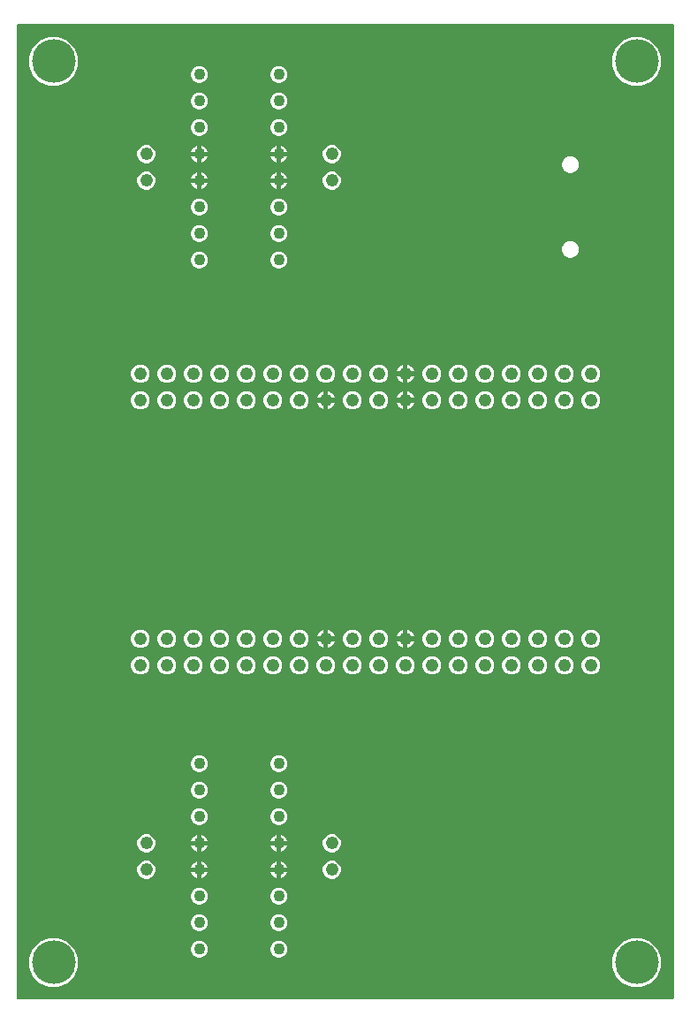
<source format=gbr>
G04 EAGLE Gerber RS-274X export*
G75*
%MOMM*%
%FSLAX34Y34*%
%LPD*%
%INCopper Layer 2*%
%IPPOS*%
%AMOC8*
5,1,8,0,0,1.08239X$1,22.5*%
G01*
%ADD10C,1.244600*%
%ADD11C,1.102363*%
%ADD12C,4.191000*%
%ADD13C,0.609600*%
%ADD14C,0.254000*%

G36*
X631308Y2556D02*
X631308Y2556D01*
X631427Y2563D01*
X631465Y2576D01*
X631506Y2581D01*
X631616Y2624D01*
X631729Y2661D01*
X631764Y2683D01*
X631801Y2698D01*
X631897Y2767D01*
X631998Y2831D01*
X632026Y2861D01*
X632059Y2884D01*
X632135Y2976D01*
X632216Y3063D01*
X632236Y3098D01*
X632261Y3129D01*
X632312Y3237D01*
X632370Y3341D01*
X632380Y3381D01*
X632397Y3417D01*
X632419Y3534D01*
X632449Y3649D01*
X632453Y3709D01*
X632457Y3729D01*
X632455Y3750D01*
X632459Y3810D01*
X632459Y935990D01*
X632444Y936108D01*
X632437Y936227D01*
X632424Y936265D01*
X632419Y936306D01*
X632376Y936416D01*
X632339Y936529D01*
X632317Y936564D01*
X632302Y936601D01*
X632233Y936697D01*
X632169Y936798D01*
X632139Y936826D01*
X632116Y936859D01*
X632024Y936935D01*
X631937Y937016D01*
X631902Y937036D01*
X631871Y937061D01*
X631763Y937112D01*
X631659Y937170D01*
X631619Y937180D01*
X631583Y937197D01*
X631466Y937219D01*
X631351Y937249D01*
X631291Y937253D01*
X631271Y937257D01*
X631250Y937255D01*
X631190Y937259D01*
X3810Y937259D01*
X3692Y937244D01*
X3573Y937237D01*
X3535Y937224D01*
X3494Y937219D01*
X3384Y937176D01*
X3271Y937139D01*
X3236Y937117D01*
X3199Y937102D01*
X3103Y937033D01*
X3002Y936969D01*
X2974Y936939D01*
X2941Y936916D01*
X2865Y936824D01*
X2784Y936737D01*
X2764Y936702D01*
X2739Y936671D01*
X2688Y936563D01*
X2630Y936459D01*
X2620Y936419D01*
X2603Y936383D01*
X2581Y936266D01*
X2551Y936151D01*
X2547Y936091D01*
X2543Y936071D01*
X2545Y936050D01*
X2541Y935990D01*
X2541Y3810D01*
X2556Y3692D01*
X2563Y3573D01*
X2576Y3535D01*
X2581Y3494D01*
X2624Y3384D01*
X2661Y3271D01*
X2683Y3236D01*
X2698Y3199D01*
X2767Y3103D01*
X2831Y3002D01*
X2861Y2974D01*
X2884Y2941D01*
X2976Y2865D01*
X3063Y2784D01*
X3098Y2764D01*
X3129Y2739D01*
X3237Y2688D01*
X3341Y2630D01*
X3381Y2620D01*
X3417Y2603D01*
X3534Y2581D01*
X3649Y2551D01*
X3709Y2547D01*
X3729Y2543D01*
X3750Y2545D01*
X3810Y2541D01*
X631190Y2541D01*
X631308Y2556D01*
G37*
%LPC*%
G36*
X592226Y878204D02*
X592226Y878204D01*
X583591Y881781D01*
X576981Y888391D01*
X573404Y897026D01*
X573404Y906374D01*
X576981Y915009D01*
X583591Y921619D01*
X592226Y925196D01*
X601574Y925196D01*
X610209Y921619D01*
X616819Y915009D01*
X620396Y906374D01*
X620396Y897026D01*
X616819Y888391D01*
X610209Y881781D01*
X601574Y878204D01*
X592226Y878204D01*
G37*
%LPD*%
%LPC*%
G36*
X33426Y878204D02*
X33426Y878204D01*
X24791Y881781D01*
X18181Y888391D01*
X14604Y897026D01*
X14604Y906374D01*
X18181Y915009D01*
X24791Y921619D01*
X33426Y925196D01*
X42774Y925196D01*
X51409Y921619D01*
X58019Y915009D01*
X61596Y906374D01*
X61596Y897026D01*
X58019Y888391D01*
X51409Y881781D01*
X42774Y878204D01*
X33426Y878204D01*
G37*
%LPD*%
%LPC*%
G36*
X33426Y14604D02*
X33426Y14604D01*
X24791Y18181D01*
X18181Y24791D01*
X14604Y33426D01*
X14604Y42774D01*
X18181Y51409D01*
X24791Y58019D01*
X33426Y61596D01*
X42774Y61596D01*
X51409Y58019D01*
X58019Y51409D01*
X61596Y42774D01*
X61596Y33426D01*
X58019Y24791D01*
X51409Y18181D01*
X42774Y14604D01*
X33426Y14604D01*
G37*
%LPD*%
%LPC*%
G36*
X592226Y14604D02*
X592226Y14604D01*
X583591Y18181D01*
X576981Y24791D01*
X573404Y33426D01*
X573404Y42774D01*
X576981Y51409D01*
X583591Y58019D01*
X592226Y61596D01*
X601574Y61596D01*
X610209Y58019D01*
X616819Y51409D01*
X620396Y42774D01*
X620396Y33426D01*
X616819Y24791D01*
X610209Y18181D01*
X601574Y14604D01*
X592226Y14604D01*
G37*
%LPD*%
%LPC*%
G36*
X221097Y568076D02*
X221097Y568076D01*
X217876Y569410D01*
X215410Y571876D01*
X214076Y575097D01*
X214076Y578583D01*
X215410Y581804D01*
X217876Y584270D01*
X221097Y585604D01*
X224583Y585604D01*
X227804Y584270D01*
X230270Y581804D01*
X231604Y578583D01*
X231604Y575097D01*
X230270Y571876D01*
X227804Y569410D01*
X224583Y568076D01*
X221097Y568076D01*
G37*
%LPD*%
%LPC*%
G36*
X195697Y568076D02*
X195697Y568076D01*
X192476Y569410D01*
X190010Y571876D01*
X188676Y575097D01*
X188676Y578583D01*
X190010Y581804D01*
X192476Y584270D01*
X195697Y585604D01*
X199183Y585604D01*
X202404Y584270D01*
X204870Y581804D01*
X206204Y578583D01*
X206204Y575097D01*
X204870Y571876D01*
X202404Y569410D01*
X199183Y568076D01*
X195697Y568076D01*
G37*
%LPD*%
%LPC*%
G36*
X170297Y568076D02*
X170297Y568076D01*
X167076Y569410D01*
X164610Y571876D01*
X163276Y575097D01*
X163276Y578583D01*
X164610Y581804D01*
X167076Y584270D01*
X170297Y585604D01*
X173783Y585604D01*
X177004Y584270D01*
X179470Y581804D01*
X180804Y578583D01*
X180804Y575097D01*
X179470Y571876D01*
X177004Y569410D01*
X173783Y568076D01*
X170297Y568076D01*
G37*
%LPD*%
%LPC*%
G36*
X144897Y568076D02*
X144897Y568076D01*
X141676Y569410D01*
X139210Y571876D01*
X137876Y575097D01*
X137876Y578583D01*
X139210Y581804D01*
X141676Y584270D01*
X144897Y585604D01*
X148383Y585604D01*
X151604Y584270D01*
X154070Y581804D01*
X155404Y578583D01*
X155404Y575097D01*
X154070Y571876D01*
X151604Y569410D01*
X148383Y568076D01*
X144897Y568076D01*
G37*
%LPD*%
%LPC*%
G36*
X303057Y804036D02*
X303057Y804036D01*
X299836Y805370D01*
X297370Y807836D01*
X296036Y811057D01*
X296036Y814543D01*
X297370Y817764D01*
X299836Y820230D01*
X303057Y821564D01*
X306543Y821564D01*
X309764Y820230D01*
X312230Y817764D01*
X313564Y814543D01*
X313564Y811057D01*
X312230Y807836D01*
X309764Y805370D01*
X306543Y804036D01*
X303057Y804036D01*
G37*
%LPD*%
%LPC*%
G36*
X125257Y804036D02*
X125257Y804036D01*
X122036Y805370D01*
X119570Y807836D01*
X118236Y811057D01*
X118236Y814543D01*
X119570Y817764D01*
X122036Y820230D01*
X125257Y821564D01*
X128743Y821564D01*
X131964Y820230D01*
X134430Y817764D01*
X135764Y814543D01*
X135764Y811057D01*
X134430Y807836D01*
X131964Y805370D01*
X128743Y804036D01*
X125257Y804036D01*
G37*
%LPD*%
%LPC*%
G36*
X348097Y314076D02*
X348097Y314076D01*
X344876Y315410D01*
X342410Y317876D01*
X341076Y321097D01*
X341076Y324583D01*
X342410Y327804D01*
X344876Y330270D01*
X348097Y331604D01*
X351583Y331604D01*
X354804Y330270D01*
X357270Y327804D01*
X358604Y324583D01*
X358604Y321097D01*
X357270Y317876D01*
X354804Y315410D01*
X351583Y314076D01*
X348097Y314076D01*
G37*
%LPD*%
%LPC*%
G36*
X373497Y314076D02*
X373497Y314076D01*
X370276Y315410D01*
X367810Y317876D01*
X366476Y321097D01*
X366476Y324583D01*
X367810Y327804D01*
X370276Y330270D01*
X373497Y331604D01*
X376983Y331604D01*
X380204Y330270D01*
X382670Y327804D01*
X384004Y324583D01*
X384004Y321097D01*
X382670Y317876D01*
X380204Y315410D01*
X376983Y314076D01*
X373497Y314076D01*
G37*
%LPD*%
%LPC*%
G36*
X398897Y314076D02*
X398897Y314076D01*
X395676Y315410D01*
X393210Y317876D01*
X391876Y321097D01*
X391876Y324583D01*
X393210Y327804D01*
X395676Y330270D01*
X398897Y331604D01*
X402383Y331604D01*
X405604Y330270D01*
X408070Y327804D01*
X409404Y324583D01*
X409404Y321097D01*
X408070Y317876D01*
X405604Y315410D01*
X402383Y314076D01*
X398897Y314076D01*
G37*
%LPD*%
%LPC*%
G36*
X424297Y314076D02*
X424297Y314076D01*
X421076Y315410D01*
X418610Y317876D01*
X417276Y321097D01*
X417276Y324583D01*
X418610Y327804D01*
X421076Y330270D01*
X424297Y331604D01*
X427783Y331604D01*
X431004Y330270D01*
X433470Y327804D01*
X434804Y324583D01*
X434804Y321097D01*
X433470Y317876D01*
X431004Y315410D01*
X427783Y314076D01*
X424297Y314076D01*
G37*
%LPD*%
%LPC*%
G36*
X449697Y314076D02*
X449697Y314076D01*
X446476Y315410D01*
X444010Y317876D01*
X442676Y321097D01*
X442676Y324583D01*
X444010Y327804D01*
X446476Y330270D01*
X449697Y331604D01*
X453183Y331604D01*
X456404Y330270D01*
X458870Y327804D01*
X460204Y324583D01*
X460204Y321097D01*
X458870Y317876D01*
X456404Y315410D01*
X453183Y314076D01*
X449697Y314076D01*
G37*
%LPD*%
%LPC*%
G36*
X475097Y314076D02*
X475097Y314076D01*
X471876Y315410D01*
X469410Y317876D01*
X468076Y321097D01*
X468076Y324583D01*
X469410Y327804D01*
X471876Y330270D01*
X475097Y331604D01*
X478583Y331604D01*
X481804Y330270D01*
X484270Y327804D01*
X485604Y324583D01*
X485604Y321097D01*
X484270Y317876D01*
X481804Y315410D01*
X478583Y314076D01*
X475097Y314076D01*
G37*
%LPD*%
%LPC*%
G36*
X500497Y314076D02*
X500497Y314076D01*
X497276Y315410D01*
X494810Y317876D01*
X493476Y321097D01*
X493476Y324583D01*
X494810Y327804D01*
X497276Y330270D01*
X500497Y331604D01*
X503983Y331604D01*
X507204Y330270D01*
X509670Y327804D01*
X511004Y324583D01*
X511004Y321097D01*
X509670Y317876D01*
X507204Y315410D01*
X503983Y314076D01*
X500497Y314076D01*
G37*
%LPD*%
%LPC*%
G36*
X525897Y314076D02*
X525897Y314076D01*
X522676Y315410D01*
X520210Y317876D01*
X518876Y321097D01*
X518876Y324583D01*
X520210Y327804D01*
X522676Y330270D01*
X525897Y331604D01*
X529383Y331604D01*
X532604Y330270D01*
X535070Y327804D01*
X536404Y324583D01*
X536404Y321097D01*
X535070Y317876D01*
X532604Y315410D01*
X529383Y314076D01*
X525897Y314076D01*
G37*
%LPD*%
%LPC*%
G36*
X119497Y593476D02*
X119497Y593476D01*
X116276Y594810D01*
X113810Y597276D01*
X112476Y600497D01*
X112476Y603983D01*
X113810Y607204D01*
X116276Y609670D01*
X119497Y611004D01*
X122983Y611004D01*
X126204Y609670D01*
X128670Y607204D01*
X130004Y603983D01*
X130004Y600497D01*
X128670Y597276D01*
X126204Y594810D01*
X122983Y593476D01*
X119497Y593476D01*
G37*
%LPD*%
%LPC*%
G36*
X303057Y778636D02*
X303057Y778636D01*
X299836Y779970D01*
X297370Y782436D01*
X296036Y785657D01*
X296036Y789143D01*
X297370Y792364D01*
X299836Y794830D01*
X303057Y796164D01*
X306543Y796164D01*
X309764Y794830D01*
X312230Y792364D01*
X313564Y789143D01*
X313564Y785657D01*
X312230Y782436D01*
X309764Y779970D01*
X306543Y778636D01*
X303057Y778636D01*
G37*
%LPD*%
%LPC*%
G36*
X125257Y778636D02*
X125257Y778636D01*
X122036Y779970D01*
X119570Y782436D01*
X118236Y785657D01*
X118236Y789143D01*
X119570Y792364D01*
X122036Y794830D01*
X125257Y796164D01*
X128743Y796164D01*
X131964Y794830D01*
X134430Y792364D01*
X135764Y789143D01*
X135764Y785657D01*
X134430Y782436D01*
X131964Y779970D01*
X128743Y778636D01*
X125257Y778636D01*
G37*
%LPD*%
%LPC*%
G36*
X551297Y314076D02*
X551297Y314076D01*
X548076Y315410D01*
X545610Y317876D01*
X544276Y321097D01*
X544276Y324583D01*
X545610Y327804D01*
X548076Y330270D01*
X551297Y331604D01*
X554783Y331604D01*
X558004Y330270D01*
X560470Y327804D01*
X561804Y324583D01*
X561804Y321097D01*
X560470Y317876D01*
X558004Y315410D01*
X554783Y314076D01*
X551297Y314076D01*
G37*
%LPD*%
%LPC*%
G36*
X119497Y314076D02*
X119497Y314076D01*
X116276Y315410D01*
X113810Y317876D01*
X112476Y321097D01*
X112476Y324583D01*
X113810Y327804D01*
X116276Y330270D01*
X119497Y331604D01*
X122983Y331604D01*
X126204Y330270D01*
X128670Y327804D01*
X130004Y324583D01*
X130004Y321097D01*
X128670Y317876D01*
X126204Y315410D01*
X122983Y314076D01*
X119497Y314076D01*
G37*
%LPD*%
%LPC*%
G36*
X144897Y314076D02*
X144897Y314076D01*
X141676Y315410D01*
X139210Y317876D01*
X137876Y321097D01*
X137876Y324583D01*
X139210Y327804D01*
X141676Y330270D01*
X144897Y331604D01*
X148383Y331604D01*
X151604Y330270D01*
X154070Y327804D01*
X155404Y324583D01*
X155404Y321097D01*
X154070Y317876D01*
X151604Y315410D01*
X148383Y314076D01*
X144897Y314076D01*
G37*
%LPD*%
%LPC*%
G36*
X119497Y339476D02*
X119497Y339476D01*
X116276Y340810D01*
X113810Y343276D01*
X112476Y346497D01*
X112476Y349983D01*
X113810Y353204D01*
X116276Y355670D01*
X119497Y357004D01*
X122983Y357004D01*
X126204Y355670D01*
X128670Y353204D01*
X130004Y349983D01*
X130004Y346497D01*
X128670Y343276D01*
X126204Y340810D01*
X122983Y339476D01*
X119497Y339476D01*
G37*
%LPD*%
%LPC*%
G36*
X144897Y339476D02*
X144897Y339476D01*
X141676Y340810D01*
X139210Y343276D01*
X137876Y346497D01*
X137876Y349983D01*
X139210Y353204D01*
X141676Y355670D01*
X144897Y357004D01*
X148383Y357004D01*
X151604Y355670D01*
X154070Y353204D01*
X155404Y349983D01*
X155404Y346497D01*
X154070Y343276D01*
X151604Y340810D01*
X148383Y339476D01*
X144897Y339476D01*
G37*
%LPD*%
%LPC*%
G36*
X170297Y339476D02*
X170297Y339476D01*
X167076Y340810D01*
X164610Y343276D01*
X163276Y346497D01*
X163276Y349983D01*
X164610Y353204D01*
X167076Y355670D01*
X170297Y357004D01*
X173783Y357004D01*
X177004Y355670D01*
X179470Y353204D01*
X180804Y349983D01*
X180804Y346497D01*
X179470Y343276D01*
X177004Y340810D01*
X173783Y339476D01*
X170297Y339476D01*
G37*
%LPD*%
%LPC*%
G36*
X195697Y339476D02*
X195697Y339476D01*
X192476Y340810D01*
X190010Y343276D01*
X188676Y346497D01*
X188676Y349983D01*
X190010Y353204D01*
X192476Y355670D01*
X195697Y357004D01*
X199183Y357004D01*
X202404Y355670D01*
X204870Y353204D01*
X206204Y349983D01*
X206204Y346497D01*
X204870Y343276D01*
X202404Y340810D01*
X199183Y339476D01*
X195697Y339476D01*
G37*
%LPD*%
%LPC*%
G36*
X221097Y339476D02*
X221097Y339476D01*
X217876Y340810D01*
X215410Y343276D01*
X214076Y346497D01*
X214076Y349983D01*
X215410Y353204D01*
X217876Y355670D01*
X221097Y357004D01*
X224583Y357004D01*
X227804Y355670D01*
X230270Y353204D01*
X231604Y349983D01*
X231604Y346497D01*
X230270Y343276D01*
X227804Y340810D01*
X224583Y339476D01*
X221097Y339476D01*
G37*
%LPD*%
%LPC*%
G36*
X119497Y568076D02*
X119497Y568076D01*
X116276Y569410D01*
X113810Y571876D01*
X112476Y575097D01*
X112476Y578583D01*
X113810Y581804D01*
X116276Y584270D01*
X119497Y585604D01*
X122983Y585604D01*
X126204Y584270D01*
X128670Y581804D01*
X130004Y578583D01*
X130004Y575097D01*
X128670Y571876D01*
X126204Y569410D01*
X122983Y568076D01*
X119497Y568076D01*
G37*
%LPD*%
%LPC*%
G36*
X500497Y339476D02*
X500497Y339476D01*
X497276Y340810D01*
X494810Y343276D01*
X493476Y346497D01*
X493476Y349983D01*
X494810Y353204D01*
X497276Y355670D01*
X500497Y357004D01*
X503983Y357004D01*
X507204Y355670D01*
X509670Y353204D01*
X511004Y349983D01*
X511004Y346497D01*
X509670Y343276D01*
X507204Y340810D01*
X503983Y339476D01*
X500497Y339476D01*
G37*
%LPD*%
%LPC*%
G36*
X525897Y339476D02*
X525897Y339476D01*
X522676Y340810D01*
X520210Y343276D01*
X518876Y346497D01*
X518876Y349983D01*
X520210Y353204D01*
X522676Y355670D01*
X525897Y357004D01*
X529383Y357004D01*
X532604Y355670D01*
X535070Y353204D01*
X536404Y349983D01*
X536404Y346497D01*
X535070Y343276D01*
X532604Y340810D01*
X529383Y339476D01*
X525897Y339476D01*
G37*
%LPD*%
%LPC*%
G36*
X551297Y339476D02*
X551297Y339476D01*
X548076Y340810D01*
X545610Y343276D01*
X544276Y346497D01*
X544276Y349983D01*
X545610Y353204D01*
X548076Y355670D01*
X551297Y357004D01*
X554783Y357004D01*
X558004Y355670D01*
X560470Y353204D01*
X561804Y349983D01*
X561804Y346497D01*
X560470Y343276D01*
X558004Y340810D01*
X554783Y339476D01*
X551297Y339476D01*
G37*
%LPD*%
%LPC*%
G36*
X246497Y339476D02*
X246497Y339476D01*
X243276Y340810D01*
X240810Y343276D01*
X239476Y346497D01*
X239476Y349983D01*
X240810Y353204D01*
X243276Y355670D01*
X246497Y357004D01*
X249983Y357004D01*
X253204Y355670D01*
X255670Y353204D01*
X257004Y349983D01*
X257004Y346497D01*
X255670Y343276D01*
X253204Y340810D01*
X249983Y339476D01*
X246497Y339476D01*
G37*
%LPD*%
%LPC*%
G36*
X322697Y339476D02*
X322697Y339476D01*
X319476Y340810D01*
X317010Y343276D01*
X315676Y346497D01*
X315676Y349983D01*
X317010Y353204D01*
X319476Y355670D01*
X322697Y357004D01*
X326183Y357004D01*
X329404Y355670D01*
X331870Y353204D01*
X333204Y349983D01*
X333204Y346497D01*
X331870Y343276D01*
X329404Y340810D01*
X326183Y339476D01*
X322697Y339476D01*
G37*
%LPD*%
%LPC*%
G36*
X348097Y339476D02*
X348097Y339476D01*
X344876Y340810D01*
X342410Y343276D01*
X341076Y346497D01*
X341076Y349983D01*
X342410Y353204D01*
X344876Y355670D01*
X348097Y357004D01*
X351583Y357004D01*
X354804Y355670D01*
X357270Y353204D01*
X358604Y349983D01*
X358604Y346497D01*
X357270Y343276D01*
X354804Y340810D01*
X351583Y339476D01*
X348097Y339476D01*
G37*
%LPD*%
%LPC*%
G36*
X144897Y593476D02*
X144897Y593476D01*
X141676Y594810D01*
X139210Y597276D01*
X137876Y600497D01*
X137876Y603983D01*
X139210Y607204D01*
X141676Y609670D01*
X144897Y611004D01*
X148383Y611004D01*
X151604Y609670D01*
X154070Y607204D01*
X155404Y603983D01*
X155404Y600497D01*
X154070Y597276D01*
X151604Y594810D01*
X148383Y593476D01*
X144897Y593476D01*
G37*
%LPD*%
%LPC*%
G36*
X271897Y339476D02*
X271897Y339476D01*
X268676Y340810D01*
X266210Y343276D01*
X264876Y346497D01*
X264876Y349983D01*
X266210Y353204D01*
X268676Y355670D01*
X271897Y357004D01*
X275383Y357004D01*
X278604Y355670D01*
X281070Y353204D01*
X282404Y349983D01*
X282404Y346497D01*
X281070Y343276D01*
X278604Y340810D01*
X275383Y339476D01*
X271897Y339476D01*
G37*
%LPD*%
%LPC*%
G36*
X551297Y593476D02*
X551297Y593476D01*
X548076Y594810D01*
X545610Y597276D01*
X544276Y600497D01*
X544276Y603983D01*
X545610Y607204D01*
X548076Y609670D01*
X551297Y611004D01*
X554783Y611004D01*
X558004Y609670D01*
X560470Y607204D01*
X561804Y603983D01*
X561804Y600497D01*
X560470Y597276D01*
X558004Y594810D01*
X554783Y593476D01*
X551297Y593476D01*
G37*
%LPD*%
%LPC*%
G36*
X525897Y593476D02*
X525897Y593476D01*
X522676Y594810D01*
X520210Y597276D01*
X518876Y600497D01*
X518876Y603983D01*
X520210Y607204D01*
X522676Y609670D01*
X525897Y611004D01*
X529383Y611004D01*
X532604Y609670D01*
X535070Y607204D01*
X536404Y603983D01*
X536404Y600497D01*
X535070Y597276D01*
X532604Y594810D01*
X529383Y593476D01*
X525897Y593476D01*
G37*
%LPD*%
%LPC*%
G36*
X500497Y593476D02*
X500497Y593476D01*
X497276Y594810D01*
X494810Y597276D01*
X493476Y600497D01*
X493476Y603983D01*
X494810Y607204D01*
X497276Y609670D01*
X500497Y611004D01*
X503983Y611004D01*
X507204Y609670D01*
X509670Y607204D01*
X511004Y603983D01*
X511004Y600497D01*
X509670Y597276D01*
X507204Y594810D01*
X503983Y593476D01*
X500497Y593476D01*
G37*
%LPD*%
%LPC*%
G36*
X475097Y593476D02*
X475097Y593476D01*
X471876Y594810D01*
X469410Y597276D01*
X468076Y600497D01*
X468076Y603983D01*
X469410Y607204D01*
X471876Y609670D01*
X475097Y611004D01*
X478583Y611004D01*
X481804Y609670D01*
X484270Y607204D01*
X485604Y603983D01*
X485604Y600497D01*
X484270Y597276D01*
X481804Y594810D01*
X478583Y593476D01*
X475097Y593476D01*
G37*
%LPD*%
%LPC*%
G36*
X449697Y593476D02*
X449697Y593476D01*
X446476Y594810D01*
X444010Y597276D01*
X442676Y600497D01*
X442676Y603983D01*
X444010Y607204D01*
X446476Y609670D01*
X449697Y611004D01*
X453183Y611004D01*
X456404Y609670D01*
X458870Y607204D01*
X460204Y603983D01*
X460204Y600497D01*
X458870Y597276D01*
X456404Y594810D01*
X453183Y593476D01*
X449697Y593476D01*
G37*
%LPD*%
%LPC*%
G36*
X424297Y593476D02*
X424297Y593476D01*
X421076Y594810D01*
X418610Y597276D01*
X417276Y600497D01*
X417276Y603983D01*
X418610Y607204D01*
X421076Y609670D01*
X424297Y611004D01*
X427783Y611004D01*
X431004Y609670D01*
X433470Y607204D01*
X434804Y603983D01*
X434804Y600497D01*
X433470Y597276D01*
X431004Y594810D01*
X427783Y593476D01*
X424297Y593476D01*
G37*
%LPD*%
%LPC*%
G36*
X398897Y593476D02*
X398897Y593476D01*
X395676Y594810D01*
X393210Y597276D01*
X391876Y600497D01*
X391876Y603983D01*
X393210Y607204D01*
X395676Y609670D01*
X398897Y611004D01*
X402383Y611004D01*
X405604Y609670D01*
X408070Y607204D01*
X409404Y603983D01*
X409404Y600497D01*
X408070Y597276D01*
X405604Y594810D01*
X402383Y593476D01*
X398897Y593476D01*
G37*
%LPD*%
%LPC*%
G36*
X348097Y593476D02*
X348097Y593476D01*
X344876Y594810D01*
X342410Y597276D01*
X341076Y600497D01*
X341076Y603983D01*
X342410Y607204D01*
X344876Y609670D01*
X348097Y611004D01*
X351583Y611004D01*
X354804Y609670D01*
X357270Y607204D01*
X358604Y603983D01*
X358604Y600497D01*
X357270Y597276D01*
X354804Y594810D01*
X351583Y593476D01*
X348097Y593476D01*
G37*
%LPD*%
%LPC*%
G36*
X322697Y593476D02*
X322697Y593476D01*
X319476Y594810D01*
X317010Y597276D01*
X315676Y600497D01*
X315676Y603983D01*
X317010Y607204D01*
X319476Y609670D01*
X322697Y611004D01*
X326183Y611004D01*
X329404Y609670D01*
X331870Y607204D01*
X333204Y603983D01*
X333204Y600497D01*
X331870Y597276D01*
X329404Y594810D01*
X326183Y593476D01*
X322697Y593476D01*
G37*
%LPD*%
%LPC*%
G36*
X297297Y593476D02*
X297297Y593476D01*
X294076Y594810D01*
X291610Y597276D01*
X290276Y600497D01*
X290276Y603983D01*
X291610Y607204D01*
X294076Y609670D01*
X297297Y611004D01*
X300783Y611004D01*
X304004Y609670D01*
X306470Y607204D01*
X307804Y603983D01*
X307804Y600497D01*
X306470Y597276D01*
X304004Y594810D01*
X300783Y593476D01*
X297297Y593476D01*
G37*
%LPD*%
%LPC*%
G36*
X271897Y593476D02*
X271897Y593476D01*
X268676Y594810D01*
X266210Y597276D01*
X264876Y600497D01*
X264876Y603983D01*
X266210Y607204D01*
X268676Y609670D01*
X271897Y611004D01*
X275383Y611004D01*
X278604Y609670D01*
X281070Y607204D01*
X282404Y603983D01*
X282404Y600497D01*
X281070Y597276D01*
X278604Y594810D01*
X275383Y593476D01*
X271897Y593476D01*
G37*
%LPD*%
%LPC*%
G36*
X246497Y593476D02*
X246497Y593476D01*
X243276Y594810D01*
X240810Y597276D01*
X239476Y600497D01*
X239476Y603983D01*
X240810Y607204D01*
X243276Y609670D01*
X246497Y611004D01*
X249983Y611004D01*
X253204Y609670D01*
X255670Y607204D01*
X257004Y603983D01*
X257004Y600497D01*
X255670Y597276D01*
X253204Y594810D01*
X249983Y593476D01*
X246497Y593476D01*
G37*
%LPD*%
%LPC*%
G36*
X221097Y593476D02*
X221097Y593476D01*
X217876Y594810D01*
X215410Y597276D01*
X214076Y600497D01*
X214076Y603983D01*
X215410Y607204D01*
X217876Y609670D01*
X221097Y611004D01*
X224583Y611004D01*
X227804Y609670D01*
X230270Y607204D01*
X231604Y603983D01*
X231604Y600497D01*
X230270Y597276D01*
X227804Y594810D01*
X224583Y593476D01*
X221097Y593476D01*
G37*
%LPD*%
%LPC*%
G36*
X195697Y593476D02*
X195697Y593476D01*
X192476Y594810D01*
X190010Y597276D01*
X188676Y600497D01*
X188676Y603983D01*
X190010Y607204D01*
X192476Y609670D01*
X195697Y611004D01*
X199183Y611004D01*
X202404Y609670D01*
X204870Y607204D01*
X206204Y603983D01*
X206204Y600497D01*
X204870Y597276D01*
X202404Y594810D01*
X199183Y593476D01*
X195697Y593476D01*
G37*
%LPD*%
%LPC*%
G36*
X170297Y593476D02*
X170297Y593476D01*
X167076Y594810D01*
X164610Y597276D01*
X163276Y600497D01*
X163276Y603983D01*
X164610Y607204D01*
X167076Y609670D01*
X170297Y611004D01*
X173783Y611004D01*
X177004Y609670D01*
X179470Y607204D01*
X180804Y603983D01*
X180804Y600497D01*
X179470Y597276D01*
X177004Y594810D01*
X173783Y593476D01*
X170297Y593476D01*
G37*
%LPD*%
%LPC*%
G36*
X398897Y339476D02*
X398897Y339476D01*
X395676Y340810D01*
X393210Y343276D01*
X391876Y346497D01*
X391876Y349983D01*
X393210Y353204D01*
X395676Y355670D01*
X398897Y357004D01*
X402383Y357004D01*
X405604Y355670D01*
X408070Y353204D01*
X409404Y349983D01*
X409404Y346497D01*
X408070Y343276D01*
X405604Y340810D01*
X402383Y339476D01*
X398897Y339476D01*
G37*
%LPD*%
%LPC*%
G36*
X424297Y339476D02*
X424297Y339476D01*
X421076Y340810D01*
X418610Y343276D01*
X417276Y346497D01*
X417276Y349983D01*
X418610Y353204D01*
X421076Y355670D01*
X424297Y357004D01*
X427783Y357004D01*
X431004Y355670D01*
X433470Y353204D01*
X434804Y349983D01*
X434804Y346497D01*
X433470Y343276D01*
X431004Y340810D01*
X427783Y339476D01*
X424297Y339476D01*
G37*
%LPD*%
%LPC*%
G36*
X449697Y339476D02*
X449697Y339476D01*
X446476Y340810D01*
X444010Y343276D01*
X442676Y346497D01*
X442676Y349983D01*
X444010Y353204D01*
X446476Y355670D01*
X449697Y357004D01*
X453183Y357004D01*
X456404Y355670D01*
X458870Y353204D01*
X460204Y349983D01*
X460204Y346497D01*
X458870Y343276D01*
X456404Y340810D01*
X453183Y339476D01*
X449697Y339476D01*
G37*
%LPD*%
%LPC*%
G36*
X475097Y339476D02*
X475097Y339476D01*
X471876Y340810D01*
X469410Y343276D01*
X468076Y346497D01*
X468076Y349983D01*
X469410Y353204D01*
X471876Y355670D01*
X475097Y357004D01*
X478583Y357004D01*
X481804Y355670D01*
X484270Y353204D01*
X485604Y349983D01*
X485604Y346497D01*
X484270Y343276D01*
X481804Y340810D01*
X478583Y339476D01*
X475097Y339476D01*
G37*
%LPD*%
%LPC*%
G36*
X551297Y568076D02*
X551297Y568076D01*
X548076Y569410D01*
X545610Y571876D01*
X544276Y575097D01*
X544276Y578583D01*
X545610Y581804D01*
X548076Y584270D01*
X551297Y585604D01*
X554783Y585604D01*
X558004Y584270D01*
X560470Y581804D01*
X561804Y578583D01*
X561804Y575097D01*
X560470Y571876D01*
X558004Y569410D01*
X554783Y568076D01*
X551297Y568076D01*
G37*
%LPD*%
%LPC*%
G36*
X271897Y568076D02*
X271897Y568076D01*
X268676Y569410D01*
X266210Y571876D01*
X264876Y575097D01*
X264876Y578583D01*
X266210Y581804D01*
X268676Y584270D01*
X271897Y585604D01*
X275383Y585604D01*
X278604Y584270D01*
X281070Y581804D01*
X282404Y578583D01*
X282404Y575097D01*
X281070Y571876D01*
X278604Y569410D01*
X275383Y568076D01*
X271897Y568076D01*
G37*
%LPD*%
%LPC*%
G36*
X500497Y568076D02*
X500497Y568076D01*
X497276Y569410D01*
X494810Y571876D01*
X493476Y575097D01*
X493476Y578583D01*
X494810Y581804D01*
X497276Y584270D01*
X500497Y585604D01*
X503983Y585604D01*
X507204Y584270D01*
X509670Y581804D01*
X511004Y578583D01*
X511004Y575097D01*
X509670Y571876D01*
X507204Y569410D01*
X503983Y568076D01*
X500497Y568076D01*
G37*
%LPD*%
%LPC*%
G36*
X475097Y568076D02*
X475097Y568076D01*
X471876Y569410D01*
X469410Y571876D01*
X468076Y575097D01*
X468076Y578583D01*
X469410Y581804D01*
X471876Y584270D01*
X475097Y585604D01*
X478583Y585604D01*
X481804Y584270D01*
X484270Y581804D01*
X485604Y578583D01*
X485604Y575097D01*
X484270Y571876D01*
X481804Y569410D01*
X478583Y568076D01*
X475097Y568076D01*
G37*
%LPD*%
%LPC*%
G36*
X449697Y568076D02*
X449697Y568076D01*
X446476Y569410D01*
X444010Y571876D01*
X442676Y575097D01*
X442676Y578583D01*
X444010Y581804D01*
X446476Y584270D01*
X449697Y585604D01*
X453183Y585604D01*
X456404Y584270D01*
X458870Y581804D01*
X460204Y578583D01*
X460204Y575097D01*
X458870Y571876D01*
X456404Y569410D01*
X453183Y568076D01*
X449697Y568076D01*
G37*
%LPD*%
%LPC*%
G36*
X424297Y568076D02*
X424297Y568076D01*
X421076Y569410D01*
X418610Y571876D01*
X417276Y575097D01*
X417276Y578583D01*
X418610Y581804D01*
X421076Y584270D01*
X424297Y585604D01*
X427783Y585604D01*
X431004Y584270D01*
X433470Y581804D01*
X434804Y578583D01*
X434804Y575097D01*
X433470Y571876D01*
X431004Y569410D01*
X427783Y568076D01*
X424297Y568076D01*
G37*
%LPD*%
%LPC*%
G36*
X398897Y568076D02*
X398897Y568076D01*
X395676Y569410D01*
X393210Y571876D01*
X391876Y575097D01*
X391876Y578583D01*
X393210Y581804D01*
X395676Y584270D01*
X398897Y585604D01*
X402383Y585604D01*
X405604Y584270D01*
X408070Y581804D01*
X409404Y578583D01*
X409404Y575097D01*
X408070Y571876D01*
X405604Y569410D01*
X402383Y568076D01*
X398897Y568076D01*
G37*
%LPD*%
%LPC*%
G36*
X348097Y568076D02*
X348097Y568076D01*
X344876Y569410D01*
X342410Y571876D01*
X341076Y575097D01*
X341076Y578583D01*
X342410Y581804D01*
X344876Y584270D01*
X348097Y585604D01*
X351583Y585604D01*
X354804Y584270D01*
X357270Y581804D01*
X358604Y578583D01*
X358604Y575097D01*
X357270Y571876D01*
X354804Y569410D01*
X351583Y568076D01*
X348097Y568076D01*
G37*
%LPD*%
%LPC*%
G36*
X322697Y568076D02*
X322697Y568076D01*
X319476Y569410D01*
X317010Y571876D01*
X315676Y575097D01*
X315676Y578583D01*
X317010Y581804D01*
X319476Y584270D01*
X322697Y585604D01*
X326183Y585604D01*
X329404Y584270D01*
X331870Y581804D01*
X333204Y578583D01*
X333204Y575097D01*
X331870Y571876D01*
X329404Y569410D01*
X326183Y568076D01*
X322697Y568076D01*
G37*
%LPD*%
%LPC*%
G36*
X322697Y314076D02*
X322697Y314076D01*
X319476Y315410D01*
X317010Y317876D01*
X315676Y321097D01*
X315676Y324583D01*
X317010Y327804D01*
X319476Y330270D01*
X322697Y331604D01*
X326183Y331604D01*
X329404Y330270D01*
X331870Y327804D01*
X333204Y324583D01*
X333204Y321097D01*
X331870Y317876D01*
X329404Y315410D01*
X326183Y314076D01*
X322697Y314076D01*
G37*
%LPD*%
%LPC*%
G36*
X297297Y314076D02*
X297297Y314076D01*
X294076Y315410D01*
X291610Y317876D01*
X290276Y321097D01*
X290276Y324583D01*
X291610Y327804D01*
X294076Y330270D01*
X297297Y331604D01*
X300783Y331604D01*
X304004Y330270D01*
X306470Y327804D01*
X307804Y324583D01*
X307804Y321097D01*
X306470Y317876D01*
X304004Y315410D01*
X300783Y314076D01*
X297297Y314076D01*
G37*
%LPD*%
%LPC*%
G36*
X525897Y568076D02*
X525897Y568076D01*
X522676Y569410D01*
X520210Y571876D01*
X518876Y575097D01*
X518876Y578583D01*
X520210Y581804D01*
X522676Y584270D01*
X525897Y585604D01*
X529383Y585604D01*
X532604Y584270D01*
X535070Y581804D01*
X536404Y578583D01*
X536404Y575097D01*
X535070Y571876D01*
X532604Y569410D01*
X529383Y568076D01*
X525897Y568076D01*
G37*
%LPD*%
%LPC*%
G36*
X246497Y314076D02*
X246497Y314076D01*
X243276Y315410D01*
X240810Y317876D01*
X239476Y321097D01*
X239476Y324583D01*
X240810Y327804D01*
X243276Y330270D01*
X246497Y331604D01*
X249983Y331604D01*
X253204Y330270D01*
X255670Y327804D01*
X257004Y324583D01*
X257004Y321097D01*
X255670Y317876D01*
X253204Y315410D01*
X249983Y314076D01*
X246497Y314076D01*
G37*
%LPD*%
%LPC*%
G36*
X221097Y314076D02*
X221097Y314076D01*
X217876Y315410D01*
X215410Y317876D01*
X214076Y321097D01*
X214076Y324583D01*
X215410Y327804D01*
X217876Y330270D01*
X221097Y331604D01*
X224583Y331604D01*
X227804Y330270D01*
X230270Y327804D01*
X231604Y324583D01*
X231604Y321097D01*
X230270Y317876D01*
X227804Y315410D01*
X224583Y314076D01*
X221097Y314076D01*
G37*
%LPD*%
%LPC*%
G36*
X195697Y314076D02*
X195697Y314076D01*
X192476Y315410D01*
X190010Y317876D01*
X188676Y321097D01*
X188676Y324583D01*
X190010Y327804D01*
X192476Y330270D01*
X195697Y331604D01*
X199183Y331604D01*
X202404Y330270D01*
X204870Y327804D01*
X206204Y324583D01*
X206204Y321097D01*
X204870Y317876D01*
X202404Y315410D01*
X199183Y314076D01*
X195697Y314076D01*
G37*
%LPD*%
%LPC*%
G36*
X170297Y314076D02*
X170297Y314076D01*
X167076Y315410D01*
X164610Y317876D01*
X163276Y321097D01*
X163276Y324583D01*
X164610Y327804D01*
X167076Y330270D01*
X170297Y331604D01*
X173783Y331604D01*
X177004Y330270D01*
X179470Y327804D01*
X180804Y324583D01*
X180804Y321097D01*
X179470Y317876D01*
X177004Y315410D01*
X173783Y314076D01*
X170297Y314076D01*
G37*
%LPD*%
%LPC*%
G36*
X303057Y143636D02*
X303057Y143636D01*
X299836Y144970D01*
X297370Y147436D01*
X296036Y150657D01*
X296036Y154143D01*
X297370Y157364D01*
X299836Y159830D01*
X303057Y161164D01*
X306543Y161164D01*
X309764Y159830D01*
X312230Y157364D01*
X313564Y154143D01*
X313564Y150657D01*
X312230Y147436D01*
X309764Y144970D01*
X306543Y143636D01*
X303057Y143636D01*
G37*
%LPD*%
%LPC*%
G36*
X125257Y143636D02*
X125257Y143636D01*
X122036Y144970D01*
X119570Y147436D01*
X118236Y150657D01*
X118236Y154143D01*
X119570Y157364D01*
X122036Y159830D01*
X125257Y161164D01*
X128743Y161164D01*
X131964Y159830D01*
X134430Y157364D01*
X135764Y154143D01*
X135764Y150657D01*
X134430Y147436D01*
X131964Y144970D01*
X128743Y143636D01*
X125257Y143636D01*
G37*
%LPD*%
%LPC*%
G36*
X303057Y118236D02*
X303057Y118236D01*
X299836Y119570D01*
X297370Y122036D01*
X296036Y125257D01*
X296036Y128743D01*
X297370Y131964D01*
X299836Y134430D01*
X303057Y135764D01*
X306543Y135764D01*
X309764Y134430D01*
X312230Y131964D01*
X313564Y128743D01*
X313564Y125257D01*
X312230Y122036D01*
X309764Y119570D01*
X306543Y118236D01*
X303057Y118236D01*
G37*
%LPD*%
%LPC*%
G36*
X125257Y118236D02*
X125257Y118236D01*
X122036Y119570D01*
X119570Y122036D01*
X118236Y125257D01*
X118236Y128743D01*
X119570Y131964D01*
X122036Y134430D01*
X125257Y135764D01*
X128743Y135764D01*
X131964Y134430D01*
X134430Y131964D01*
X135764Y128743D01*
X135764Y125257D01*
X134430Y122036D01*
X131964Y119570D01*
X128743Y118236D01*
X125257Y118236D01*
G37*
%LPD*%
%LPC*%
G36*
X246497Y568076D02*
X246497Y568076D01*
X243276Y569410D01*
X240810Y571876D01*
X239476Y575097D01*
X239476Y578583D01*
X240810Y581804D01*
X243276Y584270D01*
X246497Y585604D01*
X249983Y585604D01*
X253204Y584270D01*
X255670Y581804D01*
X257004Y578583D01*
X257004Y575097D01*
X255670Y571876D01*
X253204Y569410D01*
X249983Y568076D01*
X246497Y568076D01*
G37*
%LPD*%
%LPC*%
G36*
X271897Y314076D02*
X271897Y314076D01*
X268676Y315410D01*
X266210Y317876D01*
X264876Y321097D01*
X264876Y324583D01*
X266210Y327804D01*
X268676Y330270D01*
X271897Y331604D01*
X275383Y331604D01*
X278604Y330270D01*
X281070Y327804D01*
X282404Y324583D01*
X282404Y321097D01*
X281070Y317876D01*
X278604Y315410D01*
X275383Y314076D01*
X271897Y314076D01*
G37*
%LPD*%
%LPC*%
G36*
X252398Y880947D02*
X252398Y880947D01*
X249439Y882173D01*
X247173Y884439D01*
X245947Y887398D01*
X245947Y890602D01*
X247173Y893561D01*
X249439Y895827D01*
X252398Y897053D01*
X255602Y897053D01*
X258561Y895827D01*
X260827Y893561D01*
X262053Y890602D01*
X262053Y887398D01*
X260827Y884439D01*
X258561Y882173D01*
X255602Y880947D01*
X252398Y880947D01*
G37*
%LPD*%
%LPC*%
G36*
X176198Y880947D02*
X176198Y880947D01*
X173239Y882173D01*
X170973Y884439D01*
X169747Y887398D01*
X169747Y890602D01*
X170973Y893561D01*
X173239Y895827D01*
X176198Y897053D01*
X179402Y897053D01*
X182361Y895827D01*
X184627Y893561D01*
X185853Y890602D01*
X185853Y887398D01*
X184627Y884439D01*
X182361Y882173D01*
X179402Y880947D01*
X176198Y880947D01*
G37*
%LPD*%
%LPC*%
G36*
X252398Y855547D02*
X252398Y855547D01*
X249439Y856773D01*
X247173Y859039D01*
X245947Y861998D01*
X245947Y865202D01*
X247173Y868161D01*
X249439Y870427D01*
X252398Y871653D01*
X255602Y871653D01*
X258561Y870427D01*
X260827Y868161D01*
X262053Y865202D01*
X262053Y861998D01*
X260827Y859039D01*
X258561Y856773D01*
X255602Y855547D01*
X252398Y855547D01*
G37*
%LPD*%
%LPC*%
G36*
X176198Y855547D02*
X176198Y855547D01*
X173239Y856773D01*
X170973Y859039D01*
X169747Y861998D01*
X169747Y865202D01*
X170973Y868161D01*
X173239Y870427D01*
X176198Y871653D01*
X179402Y871653D01*
X182361Y870427D01*
X184627Y868161D01*
X185853Y865202D01*
X185853Y861998D01*
X184627Y859039D01*
X182361Y856773D01*
X179402Y855547D01*
X176198Y855547D01*
G37*
%LPD*%
%LPC*%
G36*
X252398Y830147D02*
X252398Y830147D01*
X249439Y831373D01*
X247173Y833639D01*
X245947Y836598D01*
X245947Y839802D01*
X247173Y842761D01*
X249439Y845027D01*
X252398Y846253D01*
X255602Y846253D01*
X258561Y845027D01*
X260827Y842761D01*
X262053Y839802D01*
X262053Y836598D01*
X260827Y833639D01*
X258561Y831373D01*
X255602Y830147D01*
X252398Y830147D01*
G37*
%LPD*%
%LPC*%
G36*
X176198Y830147D02*
X176198Y830147D01*
X173239Y831373D01*
X170973Y833639D01*
X169747Y836598D01*
X169747Y839802D01*
X170973Y842761D01*
X173239Y845027D01*
X176198Y846253D01*
X179402Y846253D01*
X182361Y845027D01*
X184627Y842761D01*
X185853Y839802D01*
X185853Y836598D01*
X184627Y833639D01*
X182361Y831373D01*
X179402Y830147D01*
X176198Y830147D01*
G37*
%LPD*%
%LPC*%
G36*
X252398Y753947D02*
X252398Y753947D01*
X249439Y755173D01*
X247173Y757439D01*
X245947Y760398D01*
X245947Y763602D01*
X247173Y766561D01*
X249439Y768827D01*
X252398Y770053D01*
X255602Y770053D01*
X258561Y768827D01*
X260827Y766561D01*
X262053Y763602D01*
X262053Y760398D01*
X260827Y757439D01*
X258561Y755173D01*
X255602Y753947D01*
X252398Y753947D01*
G37*
%LPD*%
%LPC*%
G36*
X252398Y220547D02*
X252398Y220547D01*
X249439Y221773D01*
X247173Y224039D01*
X245947Y226998D01*
X245947Y230202D01*
X247173Y233161D01*
X249439Y235427D01*
X252398Y236653D01*
X255602Y236653D01*
X258561Y235427D01*
X260827Y233161D01*
X262053Y230202D01*
X262053Y226998D01*
X260827Y224039D01*
X258561Y221773D01*
X255602Y220547D01*
X252398Y220547D01*
G37*
%LPD*%
%LPC*%
G36*
X176198Y220547D02*
X176198Y220547D01*
X173239Y221773D01*
X170973Y224039D01*
X169747Y226998D01*
X169747Y230202D01*
X170973Y233161D01*
X173239Y235427D01*
X176198Y236653D01*
X179402Y236653D01*
X182361Y235427D01*
X184627Y233161D01*
X185853Y230202D01*
X185853Y226998D01*
X184627Y224039D01*
X182361Y221773D01*
X179402Y220547D01*
X176198Y220547D01*
G37*
%LPD*%
%LPC*%
G36*
X252398Y195147D02*
X252398Y195147D01*
X249439Y196373D01*
X247173Y198639D01*
X245947Y201598D01*
X245947Y204802D01*
X247173Y207761D01*
X249439Y210027D01*
X252398Y211253D01*
X255602Y211253D01*
X258561Y210027D01*
X260827Y207761D01*
X262053Y204802D01*
X262053Y201598D01*
X260827Y198639D01*
X258561Y196373D01*
X255602Y195147D01*
X252398Y195147D01*
G37*
%LPD*%
%LPC*%
G36*
X176198Y195147D02*
X176198Y195147D01*
X173239Y196373D01*
X170973Y198639D01*
X169747Y201598D01*
X169747Y204802D01*
X170973Y207761D01*
X173239Y210027D01*
X176198Y211253D01*
X179402Y211253D01*
X182361Y210027D01*
X184627Y207761D01*
X185853Y204802D01*
X185853Y201598D01*
X184627Y198639D01*
X182361Y196373D01*
X179402Y195147D01*
X176198Y195147D01*
G37*
%LPD*%
%LPC*%
G36*
X252398Y169747D02*
X252398Y169747D01*
X249439Y170973D01*
X247173Y173239D01*
X245947Y176198D01*
X245947Y179402D01*
X247173Y182361D01*
X249439Y184627D01*
X252398Y185853D01*
X255602Y185853D01*
X258561Y184627D01*
X260827Y182361D01*
X262053Y179402D01*
X262053Y176198D01*
X260827Y173239D01*
X258561Y170973D01*
X255602Y169747D01*
X252398Y169747D01*
G37*
%LPD*%
%LPC*%
G36*
X176198Y169747D02*
X176198Y169747D01*
X173239Y170973D01*
X170973Y173239D01*
X169747Y176198D01*
X169747Y179402D01*
X170973Y182361D01*
X173239Y184627D01*
X176198Y185853D01*
X179402Y185853D01*
X182361Y184627D01*
X184627Y182361D01*
X185853Y179402D01*
X185853Y176198D01*
X184627Y173239D01*
X182361Y170973D01*
X179402Y169747D01*
X176198Y169747D01*
G37*
%LPD*%
%LPC*%
G36*
X176198Y753947D02*
X176198Y753947D01*
X173239Y755173D01*
X170973Y757439D01*
X169747Y760398D01*
X169747Y763602D01*
X170973Y766561D01*
X173239Y768827D01*
X176198Y770053D01*
X179402Y770053D01*
X182361Y768827D01*
X184627Y766561D01*
X185853Y763602D01*
X185853Y760398D01*
X184627Y757439D01*
X182361Y755173D01*
X179402Y753947D01*
X176198Y753947D01*
G37*
%LPD*%
%LPC*%
G36*
X252398Y728547D02*
X252398Y728547D01*
X249439Y729773D01*
X247173Y732039D01*
X245947Y734998D01*
X245947Y738202D01*
X247173Y741161D01*
X249439Y743427D01*
X252398Y744653D01*
X255602Y744653D01*
X258561Y743427D01*
X260827Y741161D01*
X262053Y738202D01*
X262053Y734998D01*
X260827Y732039D01*
X258561Y729773D01*
X255602Y728547D01*
X252398Y728547D01*
G37*
%LPD*%
%LPC*%
G36*
X176198Y728547D02*
X176198Y728547D01*
X173239Y729773D01*
X170973Y732039D01*
X169747Y734998D01*
X169747Y738202D01*
X170973Y741161D01*
X173239Y743427D01*
X176198Y744653D01*
X179402Y744653D01*
X182361Y743427D01*
X184627Y741161D01*
X185853Y738202D01*
X185853Y734998D01*
X184627Y732039D01*
X182361Y729773D01*
X179402Y728547D01*
X176198Y728547D01*
G37*
%LPD*%
%LPC*%
G36*
X252398Y703147D02*
X252398Y703147D01*
X249439Y704373D01*
X247173Y706639D01*
X245947Y709598D01*
X245947Y712802D01*
X247173Y715761D01*
X249439Y718027D01*
X252398Y719253D01*
X255602Y719253D01*
X258561Y718027D01*
X260827Y715761D01*
X262053Y712802D01*
X262053Y709598D01*
X260827Y706639D01*
X258561Y704373D01*
X255602Y703147D01*
X252398Y703147D01*
G37*
%LPD*%
%LPC*%
G36*
X252398Y93547D02*
X252398Y93547D01*
X249439Y94773D01*
X247173Y97039D01*
X245947Y99998D01*
X245947Y103202D01*
X247173Y106161D01*
X249439Y108427D01*
X252398Y109653D01*
X255602Y109653D01*
X258561Y108427D01*
X260827Y106161D01*
X262053Y103202D01*
X262053Y99998D01*
X260827Y97039D01*
X258561Y94773D01*
X255602Y93547D01*
X252398Y93547D01*
G37*
%LPD*%
%LPC*%
G36*
X176198Y93547D02*
X176198Y93547D01*
X173239Y94773D01*
X170973Y97039D01*
X169747Y99998D01*
X169747Y103202D01*
X170973Y106161D01*
X173239Y108427D01*
X176198Y109653D01*
X179402Y109653D01*
X182361Y108427D01*
X184627Y106161D01*
X185853Y103202D01*
X185853Y99998D01*
X184627Y97039D01*
X182361Y94773D01*
X179402Y93547D01*
X176198Y93547D01*
G37*
%LPD*%
%LPC*%
G36*
X252398Y68147D02*
X252398Y68147D01*
X249439Y69373D01*
X247173Y71639D01*
X245947Y74598D01*
X245947Y77802D01*
X247173Y80761D01*
X249439Y83027D01*
X252398Y84253D01*
X255602Y84253D01*
X258561Y83027D01*
X260827Y80761D01*
X262053Y77802D01*
X262053Y74598D01*
X260827Y71639D01*
X258561Y69373D01*
X255602Y68147D01*
X252398Y68147D01*
G37*
%LPD*%
%LPC*%
G36*
X176198Y68147D02*
X176198Y68147D01*
X173239Y69373D01*
X170973Y71639D01*
X169747Y74598D01*
X169747Y77802D01*
X170973Y80761D01*
X173239Y83027D01*
X176198Y84253D01*
X179402Y84253D01*
X182361Y83027D01*
X184627Y80761D01*
X185853Y77802D01*
X185853Y74598D01*
X184627Y71639D01*
X182361Y69373D01*
X179402Y68147D01*
X176198Y68147D01*
G37*
%LPD*%
%LPC*%
G36*
X176198Y703147D02*
X176198Y703147D01*
X173239Y704373D01*
X170973Y706639D01*
X169747Y709598D01*
X169747Y712802D01*
X170973Y715761D01*
X173239Y718027D01*
X176198Y719253D01*
X179402Y719253D01*
X182361Y718027D01*
X184627Y715761D01*
X185853Y712802D01*
X185853Y709598D01*
X184627Y706639D01*
X182361Y704373D01*
X179402Y703147D01*
X176198Y703147D01*
G37*
%LPD*%
%LPC*%
G36*
X176198Y42747D02*
X176198Y42747D01*
X173239Y43973D01*
X170973Y46239D01*
X169747Y49198D01*
X169747Y52402D01*
X170973Y55361D01*
X173239Y57627D01*
X176198Y58853D01*
X179402Y58853D01*
X182361Y57627D01*
X184627Y55361D01*
X185853Y52402D01*
X185853Y49198D01*
X184627Y46239D01*
X182361Y43973D01*
X179402Y42747D01*
X176198Y42747D01*
G37*
%LPD*%
%LPC*%
G36*
X252398Y42747D02*
X252398Y42747D01*
X249439Y43973D01*
X247173Y46239D01*
X245947Y49198D01*
X245947Y52402D01*
X247173Y55361D01*
X249439Y57627D01*
X252398Y58853D01*
X255602Y58853D01*
X258561Y57627D01*
X260827Y55361D01*
X262053Y52402D01*
X262053Y49198D01*
X260827Y46239D01*
X258561Y43973D01*
X255602Y42747D01*
X252398Y42747D01*
G37*
%LPD*%
%LPC*%
G36*
X531801Y794559D02*
X531801Y794559D01*
X528845Y795783D01*
X526583Y798045D01*
X525359Y801001D01*
X525359Y804199D01*
X526583Y807155D01*
X528845Y809417D01*
X531801Y810641D01*
X534999Y810641D01*
X537955Y809417D01*
X540217Y807155D01*
X541441Y804199D01*
X541441Y801001D01*
X540217Y798045D01*
X537955Y795783D01*
X534999Y794559D01*
X531801Y794559D01*
G37*
%LPD*%
%LPC*%
G36*
X531801Y713359D02*
X531801Y713359D01*
X528845Y714583D01*
X526583Y716845D01*
X525359Y719801D01*
X525359Y722999D01*
X526583Y725955D01*
X528845Y728217D01*
X531801Y729441D01*
X534999Y729441D01*
X537955Y728217D01*
X540217Y725955D01*
X541441Y722999D01*
X541441Y719801D01*
X540217Y716845D01*
X537955Y714583D01*
X534999Y713359D01*
X531801Y713359D01*
G37*
%LPD*%
%LPC*%
G36*
X377462Y604462D02*
X377462Y604462D01*
X377462Y610733D01*
X377796Y610667D01*
X379391Y610006D01*
X380827Y609047D01*
X382047Y607827D01*
X383006Y606391D01*
X383667Y604796D01*
X383733Y604462D01*
X377462Y604462D01*
G37*
%LPD*%
%LPC*%
G36*
X301262Y350462D02*
X301262Y350462D01*
X301262Y356733D01*
X301596Y356667D01*
X303191Y356006D01*
X304627Y355047D01*
X305847Y353827D01*
X306806Y352391D01*
X307467Y350796D01*
X307533Y350462D01*
X301262Y350462D01*
G37*
%LPD*%
%LPC*%
G36*
X301262Y579062D02*
X301262Y579062D01*
X301262Y585333D01*
X301596Y585267D01*
X303191Y584606D01*
X304627Y583647D01*
X305847Y582427D01*
X306806Y580991D01*
X307467Y579396D01*
X307533Y579062D01*
X301262Y579062D01*
G37*
%LPD*%
%LPC*%
G36*
X377462Y579062D02*
X377462Y579062D01*
X377462Y585333D01*
X377796Y585267D01*
X379391Y584606D01*
X380827Y583647D01*
X382047Y582427D01*
X383006Y580991D01*
X383667Y579396D01*
X383733Y579062D01*
X377462Y579062D01*
G37*
%LPD*%
%LPC*%
G36*
X377462Y350462D02*
X377462Y350462D01*
X377462Y356733D01*
X377796Y356667D01*
X379391Y356006D01*
X380827Y355047D01*
X382047Y353827D01*
X383006Y352391D01*
X383667Y350796D01*
X383733Y350462D01*
X377462Y350462D01*
G37*
%LPD*%
%LPC*%
G36*
X377462Y346018D02*
X377462Y346018D01*
X383733Y346018D01*
X383667Y345684D01*
X383006Y344089D01*
X382047Y342653D01*
X380827Y341433D01*
X379391Y340474D01*
X377796Y339813D01*
X377462Y339747D01*
X377462Y346018D01*
G37*
%LPD*%
%LPC*%
G36*
X366747Y604462D02*
X366747Y604462D01*
X366813Y604796D01*
X367474Y606391D01*
X368433Y607827D01*
X369653Y609047D01*
X371089Y610006D01*
X372684Y610667D01*
X373018Y610733D01*
X373018Y604462D01*
X366747Y604462D01*
G37*
%LPD*%
%LPC*%
G36*
X377462Y574618D02*
X377462Y574618D01*
X383733Y574618D01*
X383667Y574284D01*
X383006Y572689D01*
X382047Y571253D01*
X380827Y570033D01*
X379391Y569074D01*
X377796Y568413D01*
X377462Y568347D01*
X377462Y574618D01*
G37*
%LPD*%
%LPC*%
G36*
X301262Y574618D02*
X301262Y574618D01*
X307533Y574618D01*
X307467Y574284D01*
X306806Y572689D01*
X305847Y571253D01*
X304627Y570033D01*
X303191Y569074D01*
X301596Y568413D01*
X301262Y568347D01*
X301262Y574618D01*
G37*
%LPD*%
%LPC*%
G36*
X290547Y579062D02*
X290547Y579062D01*
X290613Y579396D01*
X291274Y580991D01*
X292233Y582427D01*
X293453Y583647D01*
X294889Y584606D01*
X296484Y585267D01*
X296818Y585333D01*
X296818Y579062D01*
X290547Y579062D01*
G37*
%LPD*%
%LPC*%
G36*
X366747Y579062D02*
X366747Y579062D01*
X366813Y579396D01*
X367474Y580991D01*
X368433Y582427D01*
X369653Y583647D01*
X371089Y584606D01*
X372684Y585267D01*
X373018Y585333D01*
X373018Y579062D01*
X366747Y579062D01*
G37*
%LPD*%
%LPC*%
G36*
X377462Y600018D02*
X377462Y600018D01*
X383733Y600018D01*
X383667Y599684D01*
X383006Y598089D01*
X382047Y596653D01*
X380827Y595433D01*
X379391Y594474D01*
X377796Y593813D01*
X377462Y593747D01*
X377462Y600018D01*
G37*
%LPD*%
%LPC*%
G36*
X290547Y350462D02*
X290547Y350462D01*
X290613Y350796D01*
X291274Y352391D01*
X292233Y353827D01*
X293453Y355047D01*
X294889Y356006D01*
X296484Y356667D01*
X296818Y356733D01*
X296818Y350462D01*
X290547Y350462D01*
G37*
%LPD*%
%LPC*%
G36*
X366747Y350462D02*
X366747Y350462D01*
X366813Y350796D01*
X367474Y352391D01*
X368433Y353827D01*
X369653Y355047D01*
X371089Y356006D01*
X372684Y356667D01*
X373018Y356733D01*
X373018Y350462D01*
X366747Y350462D01*
G37*
%LPD*%
%LPC*%
G36*
X301262Y346018D02*
X301262Y346018D01*
X307533Y346018D01*
X307467Y345684D01*
X306806Y344089D01*
X305847Y342653D01*
X304627Y341433D01*
X303191Y340474D01*
X301596Y339813D01*
X301262Y339747D01*
X301262Y346018D01*
G37*
%LPD*%
%LPC*%
G36*
X372684Y339813D02*
X372684Y339813D01*
X371089Y340474D01*
X369653Y341433D01*
X368433Y342653D01*
X367474Y344089D01*
X366813Y345684D01*
X366747Y346018D01*
X373018Y346018D01*
X373018Y339747D01*
X372684Y339813D01*
G37*
%LPD*%
%LPC*%
G36*
X372684Y568413D02*
X372684Y568413D01*
X371089Y569074D01*
X369653Y570033D01*
X368433Y571253D01*
X367474Y572689D01*
X366813Y574284D01*
X366747Y574618D01*
X373018Y574618D01*
X373018Y568347D01*
X372684Y568413D01*
G37*
%LPD*%
%LPC*%
G36*
X372684Y593813D02*
X372684Y593813D01*
X371089Y594474D01*
X369653Y595433D01*
X368433Y596653D01*
X367474Y598089D01*
X366813Y599684D01*
X366747Y600018D01*
X373018Y600018D01*
X373018Y593747D01*
X372684Y593813D01*
G37*
%LPD*%
%LPC*%
G36*
X296484Y568413D02*
X296484Y568413D01*
X294889Y569074D01*
X293453Y570033D01*
X292233Y571253D01*
X291274Y572689D01*
X290613Y574284D01*
X290547Y574618D01*
X296818Y574618D01*
X296818Y568347D01*
X296484Y568413D01*
G37*
%LPD*%
%LPC*%
G36*
X296484Y339813D02*
X296484Y339813D01*
X294889Y340474D01*
X293453Y341433D01*
X292233Y342653D01*
X291274Y344089D01*
X290613Y345684D01*
X290547Y346018D01*
X296818Y346018D01*
X296818Y339747D01*
X296484Y339813D01*
G37*
%LPD*%
%LPC*%
G36*
X179768Y789368D02*
X179768Y789368D01*
X179768Y795219D01*
X180149Y795143D01*
X181614Y794536D01*
X182933Y793655D01*
X184055Y792533D01*
X184936Y791214D01*
X185543Y789749D01*
X185619Y789368D01*
X179768Y789368D01*
G37*
%LPD*%
%LPC*%
G36*
X255968Y128968D02*
X255968Y128968D01*
X255968Y134819D01*
X256349Y134743D01*
X257814Y134136D01*
X259133Y133255D01*
X260255Y132133D01*
X261136Y130814D01*
X261743Y129349D01*
X261819Y128968D01*
X255968Y128968D01*
G37*
%LPD*%
%LPC*%
G36*
X255968Y154368D02*
X255968Y154368D01*
X255968Y160219D01*
X256349Y160143D01*
X257814Y159536D01*
X259133Y158655D01*
X260255Y157533D01*
X261136Y156214D01*
X261743Y154749D01*
X261819Y154368D01*
X255968Y154368D01*
G37*
%LPD*%
%LPC*%
G36*
X179768Y814768D02*
X179768Y814768D01*
X179768Y820619D01*
X180149Y820543D01*
X181614Y819936D01*
X182933Y819055D01*
X184055Y817933D01*
X184936Y816614D01*
X185543Y815149D01*
X185619Y814768D01*
X179768Y814768D01*
G37*
%LPD*%
%LPC*%
G36*
X255968Y814768D02*
X255968Y814768D01*
X255968Y820619D01*
X256349Y820543D01*
X257814Y819936D01*
X259133Y819055D01*
X260255Y817933D01*
X261136Y816614D01*
X261743Y815149D01*
X261819Y814768D01*
X255968Y814768D01*
G37*
%LPD*%
%LPC*%
G36*
X179768Y154368D02*
X179768Y154368D01*
X179768Y160219D01*
X180149Y160143D01*
X181614Y159536D01*
X182933Y158655D01*
X184055Y157533D01*
X184936Y156214D01*
X185543Y154749D01*
X185619Y154368D01*
X179768Y154368D01*
G37*
%LPD*%
%LPC*%
G36*
X179768Y128968D02*
X179768Y128968D01*
X179768Y134819D01*
X180149Y134743D01*
X181614Y134136D01*
X182933Y133255D01*
X184055Y132133D01*
X184936Y130814D01*
X185543Y129349D01*
X185619Y128968D01*
X179768Y128968D01*
G37*
%LPD*%
%LPC*%
G36*
X255968Y789368D02*
X255968Y789368D01*
X255968Y795219D01*
X256349Y795143D01*
X257814Y794536D01*
X259133Y793655D01*
X260255Y792533D01*
X261136Y791214D01*
X261743Y789749D01*
X261819Y789368D01*
X255968Y789368D01*
G37*
%LPD*%
%LPC*%
G36*
X255968Y150432D02*
X255968Y150432D01*
X261819Y150432D01*
X261743Y150051D01*
X261136Y148586D01*
X260255Y147267D01*
X259133Y146145D01*
X257814Y145264D01*
X256349Y144657D01*
X255968Y144581D01*
X255968Y150432D01*
G37*
%LPD*%
%LPC*%
G36*
X255968Y785432D02*
X255968Y785432D01*
X261819Y785432D01*
X261743Y785051D01*
X261136Y783586D01*
X260255Y782267D01*
X259133Y781145D01*
X257814Y780264D01*
X256349Y779657D01*
X255968Y779581D01*
X255968Y785432D01*
G37*
%LPD*%
%LPC*%
G36*
X169981Y128968D02*
X169981Y128968D01*
X170057Y129349D01*
X170664Y130814D01*
X171545Y132133D01*
X172667Y133255D01*
X173986Y134136D01*
X175451Y134743D01*
X175832Y134819D01*
X175832Y128968D01*
X169981Y128968D01*
G37*
%LPD*%
%LPC*%
G36*
X246181Y789368D02*
X246181Y789368D01*
X246257Y789749D01*
X246864Y791214D01*
X247745Y792533D01*
X248867Y793655D01*
X250186Y794536D01*
X251651Y795143D01*
X252032Y795219D01*
X252032Y789368D01*
X246181Y789368D01*
G37*
%LPD*%
%LPC*%
G36*
X246181Y128968D02*
X246181Y128968D01*
X246257Y129349D01*
X246864Y130814D01*
X247745Y132133D01*
X248867Y133255D01*
X250186Y134136D01*
X251651Y134743D01*
X252032Y134819D01*
X252032Y128968D01*
X246181Y128968D01*
G37*
%LPD*%
%LPC*%
G36*
X169981Y789368D02*
X169981Y789368D01*
X170057Y789749D01*
X170664Y791214D01*
X171545Y792533D01*
X172667Y793655D01*
X173986Y794536D01*
X175451Y795143D01*
X175832Y795219D01*
X175832Y789368D01*
X169981Y789368D01*
G37*
%LPD*%
%LPC*%
G36*
X255968Y125032D02*
X255968Y125032D01*
X261819Y125032D01*
X261743Y124651D01*
X261136Y123186D01*
X260255Y121867D01*
X259133Y120745D01*
X257814Y119864D01*
X256349Y119257D01*
X255968Y119181D01*
X255968Y125032D01*
G37*
%LPD*%
%LPC*%
G36*
X179768Y125032D02*
X179768Y125032D01*
X185619Y125032D01*
X185543Y124651D01*
X184936Y123186D01*
X184055Y121867D01*
X182933Y120745D01*
X181614Y119864D01*
X180149Y119257D01*
X179768Y119181D01*
X179768Y125032D01*
G37*
%LPD*%
%LPC*%
G36*
X179768Y810832D02*
X179768Y810832D01*
X185619Y810832D01*
X185543Y810451D01*
X184936Y808986D01*
X184055Y807667D01*
X182933Y806545D01*
X181614Y805664D01*
X180149Y805057D01*
X179768Y804981D01*
X179768Y810832D01*
G37*
%LPD*%
%LPC*%
G36*
X179768Y785432D02*
X179768Y785432D01*
X185619Y785432D01*
X185543Y785051D01*
X184936Y783586D01*
X184055Y782267D01*
X182933Y781145D01*
X181614Y780264D01*
X180149Y779657D01*
X179768Y779581D01*
X179768Y785432D01*
G37*
%LPD*%
%LPC*%
G36*
X169981Y814768D02*
X169981Y814768D01*
X170057Y815149D01*
X170664Y816614D01*
X171545Y817933D01*
X172667Y819055D01*
X173986Y819936D01*
X175451Y820543D01*
X175832Y820619D01*
X175832Y814768D01*
X169981Y814768D01*
G37*
%LPD*%
%LPC*%
G36*
X246181Y814768D02*
X246181Y814768D01*
X246257Y815149D01*
X246864Y816614D01*
X247745Y817933D01*
X248867Y819055D01*
X250186Y819936D01*
X251651Y820543D01*
X252032Y820619D01*
X252032Y814768D01*
X246181Y814768D01*
G37*
%LPD*%
%LPC*%
G36*
X255968Y810832D02*
X255968Y810832D01*
X261819Y810832D01*
X261743Y810451D01*
X261136Y808986D01*
X260255Y807667D01*
X259133Y806545D01*
X257814Y805664D01*
X256349Y805057D01*
X255968Y804981D01*
X255968Y810832D01*
G37*
%LPD*%
%LPC*%
G36*
X169981Y154368D02*
X169981Y154368D01*
X170057Y154749D01*
X170664Y156214D01*
X171545Y157533D01*
X172667Y158655D01*
X173986Y159536D01*
X175451Y160143D01*
X175832Y160219D01*
X175832Y154368D01*
X169981Y154368D01*
G37*
%LPD*%
%LPC*%
G36*
X246181Y154368D02*
X246181Y154368D01*
X246257Y154749D01*
X246864Y156214D01*
X247745Y157533D01*
X248867Y158655D01*
X250186Y159536D01*
X251651Y160143D01*
X252032Y160219D01*
X252032Y154368D01*
X246181Y154368D01*
G37*
%LPD*%
%LPC*%
G36*
X179768Y150432D02*
X179768Y150432D01*
X185619Y150432D01*
X185543Y150051D01*
X184936Y148586D01*
X184055Y147267D01*
X182933Y146145D01*
X181614Y145264D01*
X180149Y144657D01*
X179768Y144581D01*
X179768Y150432D01*
G37*
%LPD*%
%LPC*%
G36*
X175451Y779657D02*
X175451Y779657D01*
X173986Y780264D01*
X172667Y781145D01*
X171545Y782267D01*
X170664Y783586D01*
X170057Y785051D01*
X169981Y785432D01*
X175832Y785432D01*
X175832Y779581D01*
X175451Y779657D01*
G37*
%LPD*%
%LPC*%
G36*
X251651Y144657D02*
X251651Y144657D01*
X250186Y145264D01*
X248867Y146145D01*
X247745Y147267D01*
X246864Y148586D01*
X246257Y150051D01*
X246181Y150432D01*
X252032Y150432D01*
X252032Y144581D01*
X251651Y144657D01*
G37*
%LPD*%
%LPC*%
G36*
X251651Y805057D02*
X251651Y805057D01*
X250186Y805664D01*
X248867Y806545D01*
X247745Y807667D01*
X246864Y808986D01*
X246257Y810451D01*
X246181Y810832D01*
X252032Y810832D01*
X252032Y804981D01*
X251651Y805057D01*
G37*
%LPD*%
%LPC*%
G36*
X175451Y144657D02*
X175451Y144657D01*
X173986Y145264D01*
X172667Y146145D01*
X171545Y147267D01*
X170664Y148586D01*
X170057Y150051D01*
X169981Y150432D01*
X175832Y150432D01*
X175832Y144581D01*
X175451Y144657D01*
G37*
%LPD*%
%LPC*%
G36*
X251651Y779657D02*
X251651Y779657D01*
X250186Y780264D01*
X248867Y781145D01*
X247745Y782267D01*
X246864Y783586D01*
X246257Y785051D01*
X246181Y785432D01*
X252032Y785432D01*
X252032Y779581D01*
X251651Y779657D01*
G37*
%LPD*%
%LPC*%
G36*
X251651Y119257D02*
X251651Y119257D01*
X250186Y119864D01*
X248867Y120745D01*
X247745Y121867D01*
X246864Y123186D01*
X246257Y124651D01*
X246181Y125032D01*
X252032Y125032D01*
X252032Y119181D01*
X251651Y119257D01*
G37*
%LPD*%
%LPC*%
G36*
X175451Y805057D02*
X175451Y805057D01*
X173986Y805664D01*
X172667Y806545D01*
X171545Y807667D01*
X170664Y808986D01*
X170057Y810451D01*
X169981Y810832D01*
X175832Y810832D01*
X175832Y804981D01*
X175451Y805057D01*
G37*
%LPD*%
%LPC*%
G36*
X175451Y119257D02*
X175451Y119257D01*
X173986Y119864D01*
X172667Y120745D01*
X171545Y121867D01*
X170664Y123186D01*
X170057Y124651D01*
X169981Y125032D01*
X175832Y125032D01*
X175832Y119181D01*
X175451Y119257D01*
G37*
%LPD*%
D10*
X553040Y602240D03*
X553040Y576840D03*
X527640Y602240D03*
X527640Y576840D03*
X502240Y602240D03*
X502240Y576840D03*
X476840Y602240D03*
X476840Y576840D03*
X451440Y602240D03*
X451440Y576840D03*
X426040Y602240D03*
X426040Y576840D03*
X400640Y602240D03*
X400640Y576840D03*
X375240Y602240D03*
X375240Y576840D03*
X349840Y602240D03*
X349840Y576840D03*
X324440Y602240D03*
X324440Y576840D03*
X299040Y602240D03*
X299040Y576840D03*
X273640Y602240D03*
X273640Y576840D03*
X248240Y602240D03*
X248240Y576840D03*
X222840Y602240D03*
X222840Y576840D03*
X197440Y602240D03*
X197440Y576840D03*
X172040Y602240D03*
X172040Y576840D03*
X146640Y602240D03*
X146640Y576840D03*
X121240Y602240D03*
X121240Y576840D03*
X553040Y348240D03*
X553040Y322840D03*
X527640Y348240D03*
X527640Y322840D03*
X502240Y348240D03*
X502240Y322840D03*
X476840Y348240D03*
X476840Y322840D03*
X451440Y348240D03*
X451440Y322840D03*
X426040Y348240D03*
X426040Y322840D03*
X400640Y348240D03*
X400640Y322840D03*
X375240Y348240D03*
X375240Y322840D03*
X349840Y348240D03*
X349840Y322840D03*
X324440Y348240D03*
X324440Y322840D03*
X299040Y348240D03*
X299040Y322840D03*
X273640Y348240D03*
X273640Y322840D03*
X248240Y348240D03*
X248240Y322840D03*
X222840Y348240D03*
X222840Y322840D03*
X197440Y348240D03*
X197440Y322840D03*
X172040Y348240D03*
X172040Y322840D03*
X146640Y348240D03*
X146640Y322840D03*
X121240Y348240D03*
X121240Y322840D03*
X304800Y812800D03*
X304800Y787400D03*
X127000Y127000D03*
X127000Y152400D03*
X304800Y127000D03*
X304800Y152400D03*
X127000Y812800D03*
X127000Y787400D03*
D11*
X254000Y50800D03*
X254000Y76200D03*
X254000Y101600D03*
X254000Y127000D03*
X254000Y152400D03*
X254000Y177800D03*
X254000Y203200D03*
X254000Y228600D03*
X177800Y228600D03*
X177800Y203200D03*
X177800Y177800D03*
X177800Y152400D03*
X177800Y127000D03*
X177800Y101600D03*
X177800Y76200D03*
X177800Y50800D03*
X177800Y889000D03*
X177800Y863600D03*
X177800Y838200D03*
X177800Y812800D03*
X177800Y787400D03*
X177800Y762000D03*
X177800Y736600D03*
X177800Y711200D03*
X254000Y711200D03*
X254000Y736600D03*
X254000Y762000D03*
X254000Y787400D03*
X254000Y812800D03*
X254000Y838200D03*
X254000Y863600D03*
X254000Y889000D03*
D12*
X38100Y38100D03*
X596900Y38100D03*
X596900Y901700D03*
X38100Y901700D03*
D13*
X269240Y127000D03*
X269240Y152400D03*
X165100Y152400D03*
X165100Y127000D03*
X165100Y787400D03*
D14*
X165100Y812800D02*
X177800Y812800D01*
D13*
X165100Y812800D03*
D14*
X254000Y812800D02*
X266700Y812800D01*
D13*
X266700Y812800D03*
X266700Y787400D03*
X492760Y665480D03*
X492760Y861060D03*
M02*

</source>
